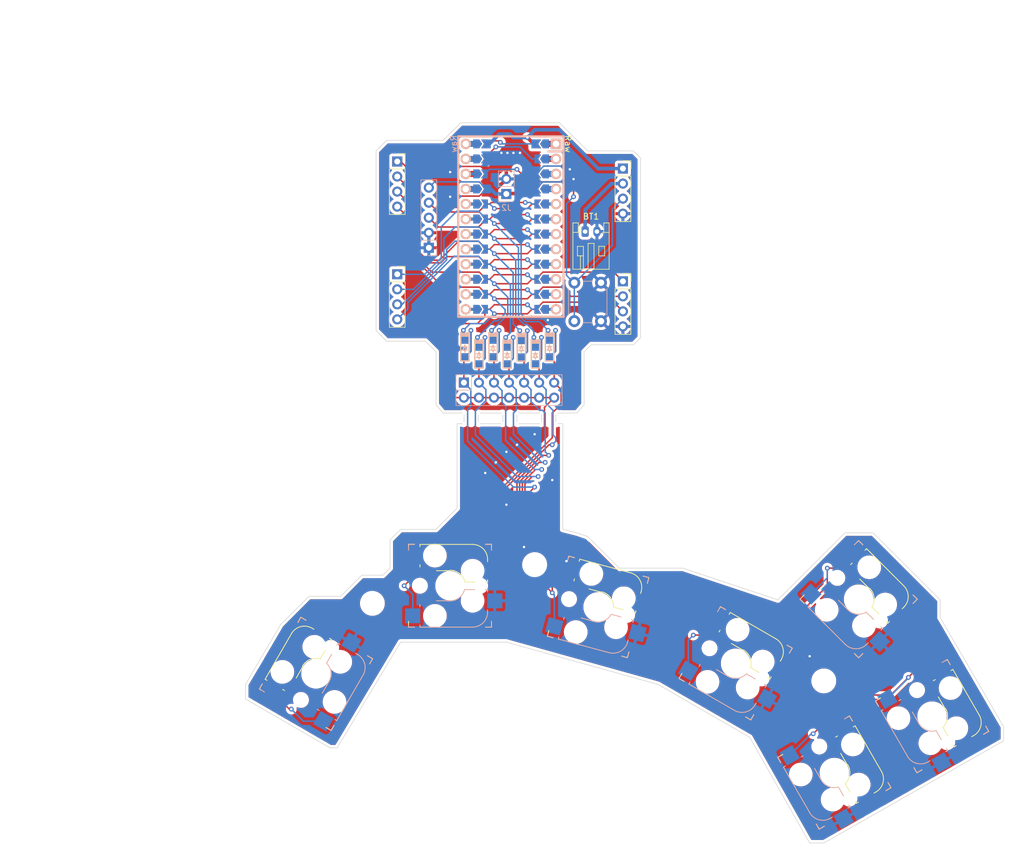
<source format=kicad_pcb>
(kicad_pcb (version 20211014) (generator pcbnew)
  (layers (0 "F.Cu" signal) (31 "B.Cu" signal) (34 "B.Paste" user) (35 "F.Paste" user) (36 "B.SilkS" user "B.Silkscreen") (37 "F.SilkS" user "F.Silkscreen") (38 "B.Mask" user) (39 "F.Mask" user) (44 "Edge.Cuts" user))
  (net 0 "")
  (net 1 "unconnected-(U1-Pad20)")
  (net 2 "RST")
  (net 3 "Bat+")
  (net 4 "row0")
  (net 5 "row1")
  (net 6 "row2")
  (net 7 "row3")
  (net 8 "row4")
  (net 9 "col0")
  (net 10 "col1")
  (net 11 "col2")
  (net 12 "col3")
  (net 13 "col4")
  (net 14 "col5")
  (net 15 "col6")
  (net 16 "GND")
  (net 17 "unconnected-(U1-Pad1)")
  (net 18 "unconnected-(U1-Pad2)")
  (net 19 "unconnected-(U1-Pad7)")
  (net 20 "Net-(BT1-Pad1)")
  (net 21 "Net-(D40-Pad2)")
  (net 22 "Net-(D41-Pad2)")
  (net 23 "Net-(D42-Pad2)")
  (net 24 "Net-(D43-Pad2)")
  (net 25 "Net-(D44-Pad2)")
  (net 26 "Net-(D45-Pad2)")
  (net 27 "Net-(D46-Pad2)")
  (net 28 "VCC")
  (net 29 "SDA")
  (net 30 "SCL")
  (footprint "Connector_JST:JST_PH_S2B-PH-K_1x02_P2.00mm_Horizontal" (layer "F.Cu") (at 106.751653 53.281259)
    (fp_text reference "BT1")
    (fp_text value "Battery_Cell")
  )
  (footprint "mykeeb:Kailh_socket_MX_reversible_1u" (layer "F.Cu") (at 152.922666 115.377498 -45)
    (fp_text reference "K46" hide)
    (fp_text value "KEYSW")
  )
  (footprint "mykeeb:breakaway" (layer "F.Cu") (at 100.607897 83.939133)
    (fp_text reference "H3" hide)
    (fp_text value "Hole" hide)
  )
  (footprint "Connector_PinSocket_2.54mm:PinSocket_1x04_P2.54mm_Vertical" (layer "F.Cu") (at 75.034335 41.443747)
    (fp_text reference "J10" hide)
    (fp_text value "Conn_01x04_Female")
  )
  (footprint "mykeeb:Kailh_socket_MX_reversible_1u" (layer "F.Cu") (at 165.326048 135.136051 -60)
    (fp_text reference "K45" hide)
    (fp_text value "KEYSW")
  )
  (footprint "Connector_PinSocket_2.54mm:PinSocket_1x04_P2.54mm_Vertical" (layer "F.Cu") (at 75.034335 60.493763)
    (fp_text reference "J8" hide)
    (fp_text value "Conn_01x04_Female")
  )
  (footprint "Connector_PinSocket_2.54mm:PinSocket_1x04_P2.54mm_Vertical" (layer "F.Cu") (at 113.134367 42.634373)
    (fp_text reference "J12" hide)
    (fp_text value "Conn_01x04_Female")
  )
  (footprint "mykeeb:my_dual_D_SOD123F_v2b" (layer "F.Cu") (at 86.453501 69.969023 -90)
    (fp_text reference "D46" hide)
    (fp_text value "DIODE" hide)
  )
  (footprint "mykeeb:my_dual_D_SOD123F_v2b" (layer "F.Cu") (at 88.834753 71.159649 -90)
    (fp_text reference "D45" hide)
    (fp_text value "DIODE" hide)
  )
  (footprint "mykeeb:breakaway" (layer "F.Cu") (at 94.059454 83.939133)
    (fp_text reference "H1" hide)
    (fp_text value "Hole" hide)
  )
  (footprint "mykeeb:my_dual_D_SOD123F_v2b" (layer "F.Cu") (at 93.597257 71.159649 -90)
    (fp_text reference "D43" hide)
    (fp_text value "DIODE" hide)
  )
  (footprint "mykeeb:Kailh_socket_MX_reversible_1u" (layer "F.Cu") (at 83.939133 113.10947)
    (fp_text reference "K41" hide)
    (fp_text value "KEYSW")
  )
  (footprint "mykeeb:my_dual_D_SOD123F_v2b" (layer "F.Cu") (at 91.216005 69.969023 -90)
    (fp_text reference "D44" hide)
    (fp_text value "DIODE" hide)
  )
  (footprint "Fiducial:Fiducial_1mm_Mask2mm" (layer "F.Cu") (at 80.962568 67.865682)
    (fp_text reference "FID3" hide)
    (fp_text value "Fiducial")
  )
  (footprint "mykeeb:Kailh_socket_MX_reversible_1.25u" (layer "F.Cu") (at 108.942279 116.681348 -15)
    (fp_text reference "K42" hide)
    (fp_text value "KEYSW")
  )
  (footprint "mykeeb:Kailh_socket_MX_reversible_1u" (layer "F.Cu") (at 148.82825 144.661059 -60)
    (fp_text reference "K44" hide)
    (fp_text value "KEYSW")
  )
  (footprint "mykeeb:breakaway" (layer "F.Cu") (at 87.511011 83.939133)
    (fp_text reference "H2" hide)
    (fp_text value "Hole" hide)
  )
  (footprint "mykeeb:Kailh_socket_MX_reversible_1u" (layer "F.Cu") (at 61.317239 127.992295 60)
    (fp_text reference "K40" hide)
    (fp_text value "KEYSW")
  )
  (footprint "MountingHole:MountingHole_3.2mm_M3" (layer "F.Cu") (at 70.842247 116.086035)
    (fp_text reference "H5" hide)
    (fp_text value "MountingHole")
  )
  (footprint "mykeeb:my_dual_D_SOD123F_v2b" (layer "F.Cu") (at 95.978509 70.018771 -90)
    (fp_text reference "D42" hide)
    (fp_text value "DIODE" hide)
  )
  (footprint "mykeeb:Kailh_socket_MX_reversible_1u" (layer "F.Cu") (at 132.159486 126.206356 -30)
    (fp_text reference "K43" hide)
    (fp_text value "KEYSW")
  )
  (footprint "Fiducial:Fiducial_1mm_Mask2mm" (layer "F.Cu") (at 80.962568 41.67191)
    (fp_text reference "FID1" hide)
    (fp_text value "Fiducial")
  )
  (footprint "MountingHole:MountingHole_3.2mm_M3" (layer "F.Cu") (at 147.042311 129.182921)
    (fp_text reference "H4" hide)
    (fp_text value "MountingHole")
  )
  (footprint "Fiducial:Fiducial_1mm_Mask2mm" (layer "F.Cu") (at 104.775088 80.962568)
    (fp_text reference "FID2" hide)
    (fp_text value "Fiducial")
  )
  (footprint "mykeeb:my_dual_D_SOD123F_v2b" (layer "F.Cu") (at 98.359761 71.159649 -90)
    (fp_text reference "D41" hide)
    (fp_text value "DIODE" hide)
  )
  (footprint "MountingHole:MountingHole_3.2mm_M3" (layer "F.Cu") (at 98.226645 109.537592)
    (fp_text reference "H6" hide)
    (fp_text value "MountingHole")
  )
  (footprint "Connector_PinSocket_2.54mm:PinSocket_1x04_P2.54mm_Vertical" (layer "F.Cu") (at 113.134367 61.684389)
    (fp_text reference "J9" hide)
    (fp_text value "Conn_01x04_Female")
  )
  (footprint "mykeeb:my_dual_D_SOD123F_v2b" (layer "F.Cu") (at 100.741013 69.969023 -90)
    (fp_text reference "D40" hide)
    (fp_text value "DIODE" hide)
  )
  (footprint "Connector_PinHeader_2.54mm:PinHeader_2x07_P2.54mm_Vertical" (layer "B.Cu") (at 86.285257 78.789718 -90)
    (fp_text reference "J3" hide)
    (fp_text value "Conn_02x07_Odd_Even")
  )
  (footprint "Connector_PinSocket_2.54mm:PinSocket_1x05_P2.54mm_Vertical" (layer "B.Cu") (at 80.367152 56.018755)
    (fp_text reference "J11" hide)
    (fp_text value "Conn_01x05")
  )
  (footprint "mykeeb:my_reversible_Pro_Micro" (layer "B.Cu") (at 94.219196 52.437182 -90)
    (fp_text reference "U1" hide)
    (fp_text value "ProMicro" hide)
  )
  (footprint "Connector_PinHeader_2.54mm:PinHeader_1x02_P2.54mm_Vertical" (layer "B.Cu") (at 93.448853 46.930312)
    (fp_text reference "J2")
    (fp_text value "Conn_01x02")
  )
  (footprint "Button_Switch_THT:SW_PUSH_6mm" (layer "B.Cu") (at 104.931237 61.912552 -90)
    (fp_text reference "SW1" hide)
    (fp_text value "SW_Push")
  )
  (gr_rect (start 88.701637 83.939133) (end 92.868828 85.725072) (layer "Edge.Cuts") (width 0.1) (fill none))
  (gr_rect (start 95.25008 83.939133) (end 99.417271 85.725072) (layer "Edge.Cuts") (width 0.1) (fill none))
  (gr_poly (pts (xy 107.181237 39.657808) (xy 114.920306 39.657808) (xy 116.110932 40.848434) (xy 116.110932 71.209397) (xy 114.920306 72.400023) (xy 107.77655 72.400023) (xy 106.585924 73.590649) (xy 106.585924 82.520344) (xy 105.370401 83.939133) (xy 101.798523 83.939133) (xy 101.798523 85.725072) (xy 102.989149 85.725072) (xy 102.989149 103.584462) (xy 105.370401 104.179775) (xy 107.15634 104.775088) (xy 112.514157 110.132905) (xy 123.229791 110.132905) (xy 139.303242 115.490722) (xy 150.614189 104.179775) (xy 155.376693 104.179775) (xy 166.68764 115.490722) (xy 166.68764 118.467287) (xy 177.403274 136.92199) (xy 177.403274 139.303242) (xy 147.042311 156.567319) (xy 144.661059 156.567319) (xy 134.540738 138.707929) (xy 119.0626 129.778234) (xy 93.464141 122.634478) (xy 75.604751 122.634478) (xy 64.889117 140.493868) (xy 63.698491 140.493868) (xy 49.410979 132.223597) (xy 49.410979 129.778234) (xy 55.364109 119.657913) (xy 60.126613 114.895409) (xy 65.48443 114.895409) (xy 69.056308 111.323531) (xy 72.628186 111.323531) (xy 73.818812 110.132905) (xy 73.818812 105.370401) (xy 75.604751 103.584462) (xy 81.557881 103.584462) (xy 85.129759 100.012584) (xy 85.129759 85.725072) (xy 86.320385 85.725072) (xy 86.320385 83.939133) (xy 82.773404 83.939133) (xy 81.582778 82.520344) (xy 81.582778 73.590649) (xy 79.796839 71.80471) (xy 73.248396 71.80471) (xy 71.462457 70.018771) (xy 71.462457 39.657808) (xy 73.248396 37.871869) (xy 82.773404 37.871869) (xy 85.749969 34.895304) (xy 102.418733 34.895304)) (layer "Edge.Cuts") (width 0.1) (fill none))
  (segment (start 97.775196 48.627182) (end 97.013196 49.389182) (width 0.25) (layer "F.Cu") (net 1))
  (segment (start 98.689196 48.627182) (end 97.775196 48.627182) (width 0.25) (layer "F.Cu") (net 1))
  (segment (start 97.013196 49.389182) (end 91.425196 49.389182) (width 0.25) (layer "F.Cu") (net 1))
  (via (at 91.425196 49.389182) (size 0.8) (drill 0.4) (layers "F.Cu" "B.Cu") (net 1))
  (segment (start 89.827196 48.627182) (end 90.663196 48.627182) (width 0.25) (layer "B.Cu") (net 1))
  (segment (start 90.663196 48.627182) (end 91.425196 49.389182) (width 0.25) (layer "B.Cu") (net 1))
  (segment (start 103.480105 44.886371) (end 98.04026 44.886371) (width 0.25) (layer "F.Cu") (net 2))
  (segment (start 96.701071 43.547182) (end 96.018853 43.547182) (width 0.25) (layer "F.Cu") (net 2))
  (segment (start 96.018853 43.547182) (end 95.234792 42.763121) (width 0.25) (layer "F.Cu") (net 2))
  (segment (start 104.799985 47.396877) (end 104.799985 46.206251) (width 0.25) (layer "F.Cu") (net 2))
  (segment (start 104.799985 46.206251) (end 103.480105 44.886371) (width 0.25) (layer "F.Cu") (net 2))
  (segment (start 98.04026 44.886371) (end 96.701071 43.547182) (width 0.25) (layer "F.Cu") (net 2))
  (segment (start 98.689196 43.547182) (end 96.701071 43.547182) (width 0.25) (layer "F.Cu") (net 2))
  (via (at 95.234792 42.763121) (size 0.8) (drill 0.4) (layers "F.Cu" "B.Cu") (net 2))
  (via (at 104.799985 47.396877) (size 0.8) (drill 0.4) (layers "F.Cu" "B.Cu") (net 2))
  (segment (start 90.611257 42.763121) (end 89.827196 43.547182) (width 0.25) (layer "B.Cu") (net 2))
  (segment (start 111.348531 55.588973) (end 111.348531 49.500209) (width 0.25) (layer "B.Cu") (net 2))
  (segment (start 95.234792 42.763121) (end 90.611257 42.763121) (width 0.25) (layer "B.Cu") (net 2))
  (segment (start 104.931237 62.006267) (end 111.348531 55.588973) (width 0.25) (layer "B.Cu") (net 2))
  (segment (start 103.609359 48.587503) (end 104.799985 47.396877) (width 0.25) (layer "B.Cu") (net 2))
  (segment (start 103.609359 60.684389) (end 103.609359 57.517198) (width 0.25) (layer "B.Cu") (net 2))
  (segment (start 111.348531 49.500209) (end 113.134367 47.714373) (width 0.25) (layer "B.Cu") (net 2))
  (segment (start 103.609359 57.517198) (end 103.609359 48.587503) (width 0.25) (layer "B.Cu") (net 2))
  (segment (start 104.931237 68.506267) (end 104.931237 62.006267) (width 0.25) (layer "B.Cu") (net 2))
  (segment (start 104.931237 62.006267) (end 103.609359 60.684389) (width 0.25) (layer "B.Cu") (net 2))
  (segment (start 98.082609 38.467182) (end 97.020731 37.405304) (width 0.6) (layer "F.Cu") (net 3))
  (segment (start 98.689196 38.467182) (end 98.082609 38.467182) (width 0.25) (layer "F.Cu") (net 3))
  (via (at 97.020731 37.405304) (size 0.8) (drill 0.4) (layers "F.Cu" "B.Cu") (net 3))
  (segment (start 94.044166 36.809991) (end 94.639479 37.405304) (width 0.6) (layer "B.Cu") (net 3))
  (segment (start 108.967176 42.634373) (end 113.134367 42.634373) (width 0.6) (layer "B.Cu") (net 3))
  (segment (start 92.85354 36.809991) (end 94.044166 36.809991) (width 0.6) (layer "B.Cu") (net 3))
  (segment (start 94.639479 37.405304) (end 95.830105 37.405304) (width 0.6) (layer "B.Cu") (net 3))
  (segment (start 102.418733 36.08593) (end 108.967176 42.634373) (width 0.6) (layer "B.Cu") (net 3))
  (segment (start 97.616044 36.809991) (end 97.616044 36.721428) (width 0.6) (layer "B.Cu") (net 3))
  (segment (start 89.827196 38.467182) (end 90.601036 38.467182) (width 0.25) (layer "B.Cu") (net 3))
  (segment (start 90.601036 38.467182) (end 92.258227 36.809991) (width 0.6) (layer "B.Cu") (net 3))
  (segment (start 98.251542 36.08593) (end 102.418733 36.08593) (width 0.6) (layer "B.Cu") (net 3))
  (segment (start 92.258227 36.809991) (end 92.85354 36.809991) (width 0.6) (layer "B.Cu") (net 3))
  (segment (start 97.616044 36.721428) (end 98.251542 36.08593) (width 0.6) (layer "B.Cu") (net 3))
  (segment (start 97.020731 37.405304) (end 97.616044 36.809991) (width 0.6) (layer "B.Cu") (net 3))
  (segment (start 95.830105 37.405304) (end 97.020731 37.405304) (width 0.6) (layer "B.Cu") (net 3))
  (segment (start 80.111927 58.112552) (end 78.606316 56.606941) (width 0.25) (layer "F.Cu") (net 4))
  (segment (start 82.178194 58.112552) (end 80.111927 58.112552) (width 0.25) (layer "F.Cu") (net 4))
  (segment (start 78.606316 44.420353) (end 75.62971 41.443747) (width 0.25) (layer "F.Cu") (net 4))
  (segment (start 88.748947 54.907993) (end 85.382753 54.907993) (width 0.25) (layer "F.Cu") (net 4))
  (segment (start 85.382753 54.907993) (end 82.178194 58.112552) (width 0.25) (layer "F.Cu") (net 4))
  (segment (start 89.829196 55.988242) (end 88.748947 54.907993) (width 0.25) (layer "F.Cu") (net 4))
  (segment (start 89.829196 56.247182) (end 89.829196 55.988242) (width 0.25) (layer "F.Cu") (net 4))
  (segment (start 90.663196 56.247182) (end 89.829196 56.247182) (width 0.25) (layer "F.Cu") (net 4))
  (segment (start 78.606316 56.606941) (end 78.606316 44.420353) (width 0.25) (layer "F.Cu") (net 4))
  (segment (start 97.013196 55.485182) (end 91.425196 55.485182) (width 0.25) (layer "F.Cu") (net 4))
  (segment (start 75.62971 41.443747) (end 75.034335 41.443747) (width 0.25) (layer "F.Cu") (net 4))
  (segment (start 91.425196 55.485182) (end 90.663196 56.247182) (width 0.25) (layer "F.Cu") (net 4))
  (via (at 97.013196 55.485182) (size 0.8) (drill 0.4) (layers "F.Cu" "B.Cu") (net 4))
  (segment (start 98.687196 56.247182) (end 97.775196 56.247182) (width 0.25) (layer "B.Cu") (net 4))
  (segment (start 97.775196 56.247182) (end 97.013196 55.485182) (width 0.25) (layer "B.Cu") (net 4))
  (segment (start 89.829196 58.528242) (end 88.818193 57.517239) (width 0.25) (layer "F.Cu") (net 5))
  (segment (start 91.425196 58.025182) (end 90.663196 58.787182) (width 0.25) (layer "F.Cu") (net 5))
  (segment (start 90.663196 58.787182) (end 89.829196 58.787182) (width 0.25) (layer "F.Cu") (net 5))
  (segment (start 89.829196 58.787182) (end 89.829196 58.528242) (width 0.25) (layer "F.Cu") (net 5))
  (segment (start 79.92573 58.562072) (end 78.156796 56.793138) (width 0.25) (layer "F.Cu") (net 5))
  (segment (start 78.156796 56.793138) (end 78.156796 47.106208) (width 0.25) (layer "F.Cu") (net 5))
  (segment (start 82.364391 58.562072) (end 79.92573 58.562072) (width 0.25) (layer "F.Cu") (net 5))
  (segment (start 83.409225 57.517239) (end 82.364391 58.562072) (width 0.25) (layer "F.Cu") (net 5))
  (segment (start 97.013196 58.025182) (end 91.425196 58.025182) (width 0.25) (layer "F.Cu") (net 5))
  (segment (start 88.818193 57.517239) (end 83.409225 57.517239) (width 0.25) (layer "F.Cu") (net 5))
  (segment (start 78.156796 47.106208) (end 75.034335 43.983747) (width 0.25) (layer "F.Cu") (net 5))
  (via (at 97.013196 58.025182) (size 0.8) (drill 0.4) (layers "F.Cu" "B.Cu") (net 5))
  (segment (start 98.687196 58.787182) (end 97.775196 58.787182) (width 0.25) (layer "B.Cu") (net 5))
  (segment (start 97.775196 58.787182) (end 97.013196 58.025182) (width 0.25) (layer "B.Cu") (net 5))
  (segment (start 77.707276 56.979335) (end 77.707276 49.196688) (width 0.25) (layer "F.Cu") (net 6))
  (segment (start 90.663196 61.327182) (end 89.829196 61.327182) (width 0.25) (layer "F.Cu") (net 6))
  (segment (start 97.013196 60.565182) (end 91.425196 60.565182) (width 0.25) (layer "F.Cu") (net 6))
  (segment (start 88.887325 60.126371) (end 80.854312 60.126371) (width 0.25) (layer "F.Cu") (net 6))
  (segment (start 89.829196 61.068242) (end 88.887325 60.126371) (width 0.25) (layer "F.Cu") (net 6))
  (segment (start 91.425196 60.565182) (end 90.663196 61.327182) (width 0.25) (layer "F.Cu") (net 6))
  (segment (start 80.854312 60.126371) (end 77.707276 56.979335) (width 0.25) (layer "F.Cu") (net 6))
  (segment (start 77.707276 49.196688) (end 75.034335 46.523747) (width 0.25) (layer "F.Cu") (net 6))
  (via (at 97.013196 60.565182) (size 0.8) (drill 0.4) (layers "F.Cu" "B.Cu") (net 6))
  (segment (start 97.775196 61.327182) (end 97.013196 60.565182) (width 0.25) (layer "B.Cu") (net 6))
  (segment (start 98.687196 61.327182) (end 97.775196 61.327182) (width 0.25) (layer "B.Cu") (net 6))
  (segment (start 91.425196 63.105182) (end 90.663196 63.867182) (width 0.25) (layer "F.Cu") (net 7))
  (segment (start 97.013196 63.105182) (end 91.425196 63.105182) (width 0.25) (layer "F.Cu") (net 7))
  (segment (start 88.887325 62.666371) (end 82.758594 62.666371) (width 0.25) (layer "F.Cu") (net 7))
  (segment (start 82.758594 62.666371) (end 77.257756 57.165532) (width 0.25) (layer "F.Cu") (net 7))
  (segment (start 89.829196 63.608242) (end 88.887325 62.666371) (width 0.25) (layer "F.Cu") (net 7))
  (segment (start 77.257756 51.287168) (end 75.034335 49.063747) (width 0.25) (layer "F.Cu") (net 7))
  (segment (start 77.257756 57.165532) (end 77.257756 51.287168) (width 0.25) (layer "F.Cu") (net 7))
  (segment (start 89.829196 63.867182) (end 89.829196 63.608242) (width 0.25) (layer "F.Cu") (net 7))
  (segment (start 90.663196 63.867182) (end 89.829196 63.867182) (width 0.25) (layer "F.Cu") (net 7))
  (via (at 97.013196 63.105182) (size 0.8) (drill 0.4) (layers "F.Cu" "B.Cu") (net 7))
  (segment (start 98.687196 63.867182) (end 97.775196 63.867182) (width 0.25) (layer "B.Cu") (net 7))
  (segment (start 97.775196 63.867182) (end 97.013196 63.105182) (width 0.25) (layer "B.Cu") (net 7))
  (segment (start 84.380249 80.734405) (end 84.380249 70.018771) (width 0.25) (layer "F.Cu") (net 8))
  (segment (start 93.905257 81.329718) (end 91.365257 81.329718) (width 0.25) (layer "F.Cu") (net 8))
  (segment (start 99.417271 87.511011) (end 98.226645 87.511011) (width 0.25) (layer "F.Cu") (net 8))
  (segment (start 89.829196 67.546389) (end 89.829196 66.407182) (width 0.25) (layer "F.Cu") (net 8))
  (segment (start 97.013196 65.645182) (end 91.425196 65.645182) (width 0.25) (layer "F.Cu") (net 8))
  (segment (start 85.570875 68.828145) (end 88.54744 68.828145) (width 0.25) (layer "F.Cu") (net 8))
  (segment (start 98.985257 81.329718) (end 96.445257 81.329718) (width 0.25) (layer "F.Cu") (net 8))
  (segment (start 99.888643 82.966332) (end 99.888643 87.039639) (width 0.25) (layer "F.Cu") (net 8))
  (segment (start 84.380249 70.018771) (end 85.570875 68.828145) (width 0.25) (layer "F.Cu") (net 8))
  (segment (start 88.825257 81.329718) (end 86.285257 81.329718) (width 0.25) (layer "F.Cu") (net 8))
  (segment (start 91.425196 65.645182) (end 90.663196 66.407182) (width 0.25) (layer "F.Cu") (net 8))
  (segment (start 91.365257 81.329718) (end 88.825257 81.329718) (width 0.25) (layer "F.Cu") (net 8))
  (segment (start 101.525257 81.329718) (end 98.985257 81.329718) (width 0.25) (layer "F.Cu") (net 8))
  (segment (start 86.285257 81.329718) (end 84.975562 81.329718) (width 0.25) (layer "F.Cu") (net 8))
  (segment (start 96.445257 81.329718) (end 93.905257 81.329718) (width 0.25) (layer "F.Cu") (net 8))
  (segment (start 90.663196 66.407182) (end 89.829196 66.407182) (width 0.25) (layer "F.Cu") (net 8))
  (segment (start 99.888643 87.039639) (end 99.417271 87.511011) (width 0.25) (layer "F.Cu") (net 8))
  (segment (start 101.525257 81.329718) (end 99.888643 82.966332) (width 0.25) (layer "F.Cu") (net 8))
  (segment (start 84.975562 81.329718) (end 84.380249 80.734405) (width 0.25) (layer "F.Cu") (net 8))
  (segment (start 88.54744 68.828145) (end 89.829196 67.546389) (width 0.25) (layer "F.Cu") (net 8))
  (via (at 97.013196 65.645182) (size 0.8) (drill 0.4) (layers "F.Cu" "B.Cu") (net 8))
  (via (at 89.892263 94.059454) (size 0.8) (drill 0.4) (layers "F.Cu" "B.Cu") (net 8))
  (via (at 101.20321 95.25008) (size 0.8) (drill 0.4) (layers "F.Cu" "B.Cu") (net 8))
  (via (at 103.584462 108.942279) (size 0.8) (drill 0.4) (layers "F.Cu" "B.Cu") (net 8))
  (via (at 98.226645 87.511011) (size 0.8) (drill 0.4) (layers "F.Cu" "B.Cu") (net 8))
  (via (at 91.678202 92.273515) (size 0.8) (drill 0.4) (layers "F.Cu" "B.Cu") (net 8))
  (via (at 95.25008 89.29695) (size 0.8) (drill 0.4) (layers "F.Cu" "B.Cu") (net 8))
  (via (at 93.464141 90.487576) (size 0.8) (drill 0.4) (layers "F.Cu" "B.Cu") (net 8))
  (via (at 96.440706 106.561027) (size 0.8) (drill 0.4) (layers "F.Cu" "B.Cu") (net 8))
  (via (at 93.464141 99.417271) (size 0.8) (drill 0.4) (layers "F.Cu" "B.Cu") (net 8))
  (via (at 144.661059 125.01573) (size 0.8) (drill 0.4) (layers "F.Cu" "B.Cu") (net 8))
  (segment (start 98.687196 66.407182) (end 97.775196 66.407182) (width 0.25) (layer "B.Cu") (net 8))
  (segment (start 97.775196 66.407182) (end 97.013196 65.645182) (width 0.25) (layer "B.Cu") (net 8))
  (segment (start 97.775196 51.167182) (end 97.013196 51.929182) (width 0.25) (layer "F.Cu") (net 9))
  (segment (start 97.013196 51.929182) (end 91.425196 51.929182) (width 0.25) (layer "F.Cu") (net 9))
  (segment (start 98.689196 51.167182) (end 97.775196 51.167182) (width 0.25) (layer "F.Cu") (net 9))
  (via (at 91.425196 51.929182) (size 0.8) (drill 0.4) (layers "F.Cu" "B.Cu") (net 9))
  (segment (start 89.827196 50.908242) (end 88.746947 49.827993) (width 0.25) (layer "B.Cu") (net 9))
  (segment (start 82.469677 57.699711) (end 79.675627 60.493763) (width 0.25) (layer "B.Cu") (net 9))
  (segment (start 95.493756 67.372588) (end 95.493756 55.997742) (width 0.25) (layer "B.Cu") (net 9))
  (segment (start 99.015652 68.497662) (end 100.487013 69.969023) (width 0.25) (layer "B.Cu") (net 9))
  (segment (start 85.104792 49.827993) (end 82.469677 52.463108) (width 0.25) (layer "B.Cu") (net 9))
  (segment (start 82.469677 52.463108) (end 82.469677 57.699711) (width 0.25) (layer "B.Cu") (net 9))
  (segment (start 89.827196 51.167182) (end 89.827196 50.908242) (width 0.25) (layer "B.Cu") (net 9))
  (segment (start 88.746947 49.827993) (end 85.104792 49.827993) (width 0.25) (layer "B.Cu") (net 9))
  (segment (start 89.827196 51.167182) (end 90.663196 51.167182) (width 0.25) (layer "B.Cu") (net 9))
  (segment (start 90.663196 51.167182) (end 91.425196 51.929182) (width 0.25) (layer "B.Cu") (net 9))
  (segment (start 79.675627 60.493763) (end 75.034335 60.493763) (width 0.25) (layer "B.Cu") (net 9))
  (segment (start 96.61883 68.497662) (end 95.493756 67.372588) (width 0.25) (layer "B.Cu") (net 9))
  (segment (start 96.61883 68.497662) (end 99.015652 68.497662) (width 0.25) (layer "B.Cu") (net 9))
  (segment (start 95.493756 55.997742) (end 91.425196 51.929182) (width 0.25) (layer "B.Cu") (net 9))
  (segment (start 97.013196 54.469182) (end 91.425196 54.469182) (width 0.25) (layer "F.Cu") (net 10))
  (segment (start 97.775196 53.707182) (end 97.013196 54.469182) (width 0.25) (layer "F.Cu") (net 10))
  (segment (start 98.689196 53.707182) (end 97.775196 53.707182) (width 0.25) (layer "F.Cu") (net 10))
  (via (at 91.425196 54.469182) (size 0.8) (drill 0.4) (layers "F.Cu" "B.Cu") (net 10))
  (segment (start 90.663196 53.707182) (end 91.425196 54.469182) (width 0.25) (layer "B.Cu") (net 10))
  (segment (start 91.425196 54.469182) (end 95.044236 58.088222) (width 0.25) (layer "B.Cu") (net 10))
  (segment (start 77.771342 63.033763) (end 75.034335 63.033763) (width 0.25) (layer "B.Cu") (net 10))
  (segment (start 89.827196 53.707182) (end 90.663196 53.707182) (width 0.25) (layer "B.Cu") (net 10))
  (segment (start 96.432633 68.947182) (end 96.947534 68.947182) (width 0.25) (layer "B.Cu") (net 10))
  (segment (start 98.105761 70.105409) (end 98.105761 71.159649) (width 0.25) (layer "B.Cu") (net 10))
  (segment (start 82.919197 54.39484) (end 82.919197 57.885908) (width 0.25) (layer "B.Cu") (net 10))
  (segment (start 95.044236 67.558786) (end 96.432633 68.947182) (width 0.25) (layer "B.Cu") (net 10))
  (segment (start 84.807666 52.506371) (end 82.919197 54.39484) (width 0.25) (layer "B.Cu") (net 10))
  (segment (start 95.044236 58.088222) (end 95.044236 67.558786) (width 0.25) (layer "B.Cu") (net 10))
  (segment (start 88.885325 52.506371) (end 84.807666 52.506371) (width 0.25) (layer "B.Cu") (net 10))
  (segment (start 82.919197 57.885908) (end 77.771342 63.033763) (width 0.25) (layer "B.Cu") (net 10))
  (segment (start 89.827196 53.448242) (end 88.885325 52.506371) (width 0.25) (layer "B.Cu") (net 10))
  (segment (start 96.947534 68.947182) (end 98.105761 70.105409) (width 0.25) (layer "B.Cu") (net 10))
  (segment (start 89.827196 53.707182) (end 89.827196 53.448242) (width 0.25) (layer "B.Cu") (net 10))
  (segment (start 97.775196 56.247182) (end 97.013196 57.009182) (width 0.25) (layer "F.Cu") (net 11))
  (segment (start 97.013196 57.009182) (end 91.425196 57.009182) (width 0.25) (layer "F.Cu") (net 11))
  (segment (start 98.689196 56.247182) (end 97.775196 56.247182) (width 0.25) (layer "F.Cu") (net 11))
  (via (at 91.425196 57.009182) (size 0.8) (drill 0.4) (layers "F.Cu" "B.Cu") (net 11))
  (segment (start 89.827196 56.247182) (end 89.827196 55.988242) (width 0.25) (layer "B.Cu") (net 11))
  (segment (start 90.663196 56.247182) (end 91.425196 57.009182) (width 0.25) (layer "B.Cu") (net 11))
  (segment (start 91.425196 57.009182) (end 94.594716 60.178702) (width 0.25) (layer "B.Cu") (net 11))
  (segment (start 84.787296 54.907993) (end 83.368717 56.326572) (width 0.25) (layer "B.Cu") (net 11))
  (segment (start 89.827196 56.247182) (end 90.663196 56.247182) (width 0.25) (layer "B.Cu") (net 11))
  (segment (start 75.86706 65.573763) (end 75.034335 65.573763) (width 0.25) (layer "B.Cu") (net 11))
  (segment (start 94.594716 60.178702) (end 94.594716 68.888978) (width 0.25) (layer "B.Cu") (net 11))
  (segment (start 94.594716 68.888978) (end 95.724509 70.018771) (width 0.25) (layer "B.Cu") (net 11))
  (segment (start 83.368717 58.072106) (end 75.86706 65.573763) (width 0.25) (layer "B.Cu") (net 11))
  (segment (start 88.746947 54.907993) (end 84.787296 54.907993) (width 0.25) (layer "B.Cu") (net 11))
  (segment (start 83.368717 56.326572) (end 83.368717 58.072106) (width 0.25) (layer "B.Cu") (net 11))
  (segment (start 89.827196 55.988242) (end 88.746947 54.907993) (width 0.25) (layer "B.Cu") (net 11))
  (segment (start 98.689196 58.787182) (end 97.775196 58.787182) (width 0.25) (layer "F.Cu") (net 12))
  (segment (start 97.775196 58.787182) (end 97.013196 59.549182) (width 0.25) (layer "F.Cu") (net 12))
  (segment (start 97.013196 59.549182) (end 91.425196 59.549182) (width 0.25) (layer "F.Cu") (net 12))
  (via (at 91.425196 59.549182) (size 0.8) (drill 0.4) (layers "F.Cu" "B.Cu") (net 12))
  (segment (start 76.820274 66.327824) (end 75.034335 68.113763) (width 0.25) (layer "B.Cu") (net 12))
  (segment (start 94.145196 70.35771) (end 93.343257 71.159649) (width 0.25) (layer "B.Cu") (net 12))
  (segment (start 89.827196 58.787182) (end 90.663196 58.787182) (width 0.25) (layer "B.Cu") (net 12))
  (segment (start 89.827196 58.528242) (end 88.746947 57.447993) (width 0.25) (layer "B.Cu") (net 12))
  (segment (start 89.827196 58.787182) (end 89.827196 58.528242) (width 0.25) (layer "B.Cu") (net 12))
  (segment (start 90.663196 58.787182) (end 91.425196 59.549182) (width 0.25) (layer "B.Cu") (net 12))
  (segment (start 76.820274 65.256267) (end 76.820274 66.327824) (width 0.25) (layer "B.Cu") (net 12))
  (segment (start 91.425196 59.549182) (end 94.145196 62.269182) (width 0.25) (layer "B.Cu") (net 12))
  (segment (start 84.628548 57.447993) (end 76.820274 65.256267) (width 0.25) (layer "B.Cu") (net 12))
  (segment (start 88.746947 57.447993) (end 84.628548 57.447993) (width 0.25) (layer "B.Cu") (net 12))
  (segment (start 94.145196 62.269182) (end 94.145196 70.35771) (width 0.25) (layer "B.Cu") (net 12))
  (segment (start 98.689196 61.068242) (end 99.631067 60.126371) (width 0.25) (layer "F.Cu") (net 13))
  (segment (start 98.689196 61.327182) (end 97.775196 61.327182) (width 0.25) (layer "F.Cu") (net 13))
  (segment (start 97.775196 61.327182) (end 97.013196 62.089182) (width 0.25) (layer "F.Cu") (net 13))
  (segment (start 98.689196 61.327182) (end 98.689196 61.068242) (width 0.25) (layer "F.Cu") (net 13))
  (segment (start 111.576349 60.126371) (end 113.134367 61.684389) (width 0.25) (layer "F.Cu") (net 13))
  (segment (start 99.631067 60.126371) (end 111.576349 60.126371) (width 0.25) (layer "F.Cu") (net 13))
  (segment (start 97.013196 62.089182) (end 91.425196 62.089182) (width 0.25) (layer "F.Cu") (net 13))
  (via (at 91.425196 62.089182) (size 0.8) (drill 0.4) (layers "F.Cu" "B.Cu") (net 13))
  (segment (start 93.695676 67.292192) (end 91.018845 69.969023) (width 0.25) (layer "B.Cu") (net 13))
  (segment (start 91.018845 69.969023) (end 90.962005 69.969023) (width 0.25) (layer "B.Cu") (net 13))
  (segment (start 90.663196 61.327182) (end 91.425196 62.089182) (width 0.25) (layer "B.Cu") (net 13))
  (segment (start 91.425196 62.089182) (end 93.695676 64.359662) (width 0.25) (layer "B.Cu") (net 13))
  (segment (start 93.695676 64.359662) (end 93.695676 67.292192) (width 0.25) (layer "B.Cu") (net 13))
  (segment (start 89.827196 61.327182) (end 90.663196 61.327182) (width 0.25) (layer "B.Cu") (net 13))
  (segment (start 104.36342 64.224389) (end 113.134367 64.224389) (width 0.25) (layer "F.Cu") (net 14))
  (segment (start 99.631067 62.666371) (end 102.805402 62.666371) (width 0.25) (layer "F.Cu") (net 14))
  (segment (start 98.689196 63.867182) (end 98.689196 63.608242) (width 0.25) (layer "F.Cu") (net 14))
  (segment (start 97.775196 63.867182) (end 97.013196 64.629182) (width 0.25) (layer "F.Cu") (net 14))
  (segment (start 102.805402 62.666371) (end 104.36342 64.224389) (width 0.25) (layer "F.Cu") (net 14))
  (segment (start 97.013196 64.629182) (end 91.425196 64.629182) (width 0.25) (layer "F.Cu") (net 14))
  (segment (start 98.689196 63.867182) (end 97.775196 63.867182) (width 0.25) (layer "F.Cu") (net 14))
  (segment (start 98.689196 63.608242) (end 99.631067 62.666371) (width 0.25) (layer "F.Cu") (net 14))
  (via (at 91.425196 64.629182) (size 0.8) (drill 0.4) (layers "F.Cu" "B.Cu") (net 14))
  (segment (start 89.827196 63.867182) (end 90.663196 63.867182) (width 0.25) (layer "B.Cu") (net 14))
  (segment (start 93.246156 67.105994) (end 91.973525 68.378625) (width 0.25) (layer "B.Cu") (net 14))
  (segment (start 90.663196 63.867182) (end 91.425196 64.629182) (width 0.25) (layer "B.Cu") (net 14))
  (segment (start 91.973525 68.378625) (end 91.361777 68.378625) (width 0.25) (layer "B.Cu") (net 14))
  (segment (start 91.361777 68.378625) (end 88.580753 71.159649) (width 0.25) (layer "B.Cu") (net 14))
  (segment (start 93.246156 66.450142) (end 93.246156 67.105994) (width 0.25) (layer "B.Cu") (net 14))
  (segment (start 91.425196 64.629182) (end 93.246156 66.450142) (width 0.25) (layer "B.Cu") (net 14))
  (segment (start 97.775196 66.407182) (end 97.013196 67.169182) (width 0.25) (layer "F.Cu") (net 15))
  (segment (start 98.689196 66.407182) (end 97.775196 66.407182) (width 0.25) (layer "F.Cu") (net 15))
  (segment (start 98.689196 66.148242) (end 99.631067 65.206371) (width 0.25) (layer "F.Cu") (net 15))
  (segment (start 111.576349 65.206371) (end 113.134367 66.764389) (width 0.25) (layer "F.Cu") (net 15))
  (segment (start 99.631067 65.206371) (end 111.576349 65.206371) (width 0.25) (layer "F.Cu") (net 15))
  (segment (start 98.689196 66.407182) (end 98.689196 66.148242) (width 0.25) (layer "F.Cu") (net 15))
  (segment (start 97.013196 67.169182) (end 91.425196 67.169182) (width 0.25) (layer "F.Cu") (net 15))
  (via (at 91.425196 67.169182) (size 0.8) (drill 0.4) (layers "F.Cu" "B.Cu") (net 15))
  (segment (start 90.663196 66.407182) (end 91.425196 67.169182) (width 0.25) (layer "B.Cu") (net 15))
  (segment (start 89.766233 68.828145) (end 91.425196 67.169182) (width 0.25) (layer "B.Cu") (net 15))
  (segment (start 89.827196 66.407182) (end 90.663196 66.407182) (width 0.25) (layer "B.Cu") (net 15))
  (segment (start 87.340379 68.828145) (end 89.766233 68.828145) (width 0.25) (layer "B.Cu") (net 15))
  (segment (start 86.199501 69.969023) (end 87.340379 68.828145) (width 0.25) (layer "B.Cu") (net 15))
  (segment (start 89.829196 46.346122) (end 88.887325 47.287993) (width 0.25) (layer "F.Cu") (net 16))
  (segment (start 88.887325 47.287993) (end 84.927824 47.287993) (width 0.25) (layer "F.Cu") (net 16))
  (segment (start 89.139197 42.277183) (end 84.916677 42.277183) (width 0.25) (layer "F.Cu") (net 16))
  (segment (start 84.073058 47.287993) (end 83.964133 47.396918) (width 0.25) (layer "F.Cu") (net 16))
  (segment (start 98.689196 41.007182) (end 98.283196 41.007182) (width 0.25) (layer "F.Cu") (net 16))
  (segment (start 89.829196 46.087182) (end 89.829196 46.346122) (width 0.25) (layer "F.Cu") (net 16))
  (segment (start 84.927824 47.287993) (end 84.073058 47.287993) (width 0.25) (layer "F.Cu") (net 16))
  (segment (start 90.409196 46.087182) (end 91.751983 46.087182) (width 0.6) (layer "F.Cu") (net 16))
  (segment (start 93.448853 42.285525) (end 95.743196 39.991182) (width 0.6) (layer "F.Cu") (net 16))
  (segment (start 97.013196 39.991182) (end 95.743196 39.991182) (width 0.6) (layer "F.Cu") (net 16))
  (segment (start 93.448853 44.390312) (end 93.448853 42.285525) (width 0.6) (layer "F.Cu") (net 16))
  (segment (start 90.409196 43.547182) (end 93.965196 39.991182) (width 0.6) (layer "F.Cu") (net 16))
  (segment (start 93.965196 39.991182) (end 95.743196 39.991182) (width 0.6) (layer "F.Cu") (net 16))
  (segment (start 89.829196 46.087182) (end 90.409196 46.087182) (width 0.25) (layer "F.Cu") (net 16))
  (segment (start 97.267196 40.245182) (end 97.013196 39.991182) (width 0.6) (layer "F.Cu") (net 16))
  (segment (start 89.829196 43.547182) (end 90.409196 43.547182) (width 0.25) (layer "F.Cu") (net 16))
  (segment (start 91.751983 46.087182) (end 93.448853 44.390312) (width 0.6) (layer "F.Cu") (net 16))
  (segment (start 98.029196 41.007182) (end 97.267196 40.245182) (width 0.6) (layer "F.Cu") (net 16))
  (segment (start 98.283196 41.007182) (end 98.029196 41.007182) (width 0.25) (layer "F.Cu") (net 16))
  (segment (start 90.409196 43.547182) (end 89.139197 42.277183) (width 0.25) (layer "F.Cu") (net 16))
  (segment (start 84.916677 42.277183) (end 83.964133 43.229727) (width 0.25) (layer "F.Cu") (net 16))
  (via (at 100.4537 68.232832) (size 0.8) (drill 0.4) (layers "F.Cu" "B.Cu") (net 16))
  (via (at 83.964133 43.229727) (size 0.8) (drill 0.4) (layers "F.Cu" "B.Cu") (net 16))
  (via (at 95.743196 39.991182) (size 0.8) (drill 0.4) (layers "F.Cu" "B.Cu") (net 16))
  (via (at 104.799985 44.420312) (size 0.8) (drill 0.4) (layers "F.Cu" "B.Cu") (net 16))
  (via (at 104.164487 42.763121) (size 0.8) (drill 0.4) (layers "F.Cu" "B.Cu") (net 16))
  (via (at 94.653196 39.991182) (size 0.8) (drill 0.4) (layers "F.Cu" "B.Cu") (net 16))
  (via (at 83.964133 47.396918) (size 0.8) (drill 0.4) (layers "F.Cu" "B.Cu") (net 16))
  (via (at 92.621196 39.991182) (size 0.8) (drill 0.4) (layers "F.Cu" "B.Cu") (net 16))
  (via (at 93.637196 39.991182) (size 0.8) (drill 0.4) (layers "F.Cu" "B.Cu") (net 16))
  (segment (start 98.029196 46.087182) (end 97.644776 46.471602) (width 0.25) (layer "B.Cu") (net 16))
  (segment (start 99.629067 44.886371) (end 98.687196 45.828242) (width 0.25) (layer "B.Cu") (net 16))
  (segment (start 95.743196 41.515182) (end 95.743196 39.991182) (width 0.6) (layer "B.Cu") (net 16))
  (segment (start 95.943276 49.424735) (end 95.943276 67.18639) (width 0.25) (layer "B.Cu") (net 16))
  (segment (start 98.687196 43.547182) (end 98.687196 43.288242) (width 0.25) (layer "B.Cu") (net 16))
  (segment (start 98.687196 43.288242) (end 99.767445 42.207993) (width 0.25) (layer "B.Cu") (net 16))
  (segment (start 94.653196 39.991182) (end 93.637196 39.991182) (width 0.6) (layer "B.Cu") (net 16))
  (segment (start 96.554776 46.471602) (end 95.234792 47.791586) (width 0.25) (layer "B.Cu") (net 16))
  (segment (start 99.767445 42.207993) (end 103.609359 42.207993) (width 0.25) (layer "B.Cu") (net 16))
  (segment (start 98.687196 45.828242) (end 98.687196 46.087182) (width 0.25) (layer "B.Cu") (net 16))
  (segment (start 97.775196 45.833182) (end 97.775196 43.547182) (width 0.6) (layer "B.Cu") (net 16))
  (segment (start 97.644776 46.471602) (end 96.554776 46.471602) (width 0.25) (layer "B.Cu") (net 16))
  (segment (start 96.805028 68.048142) (end 100.26901 68.048142) (width 0.25) (layer "B.Cu") (net 16))
  (segment (start 95.234792 48.716251) (end 95.943276 49.424735) (width 0.25) (layer "B.Cu") (net 16))
  (segment (start 100.26901 68.048142) (end 100.4537 68.232832) (width 0.25) (layer "B.Cu") (net 16))
  (segment (start 98.687196 46.087182) (end 98.029196 46.087182) (width 0.25) (layer "B.Cu") (net 16))
  (segment (start 90.409196 41.007182) (end 89.827196 41.007182) (width 0.25) (layer "B.Cu") (net 16))
  (segment (start 95.743196 39.991182) (end 94.653196 39.991182) (width 0.6) (layer "B.Cu") (net 16))
  (segment (start 91.425196 39.991182) (end 90.409196 41.007182) (width 0.6) (layer "B.Cu") (net 16))
  (segment (start 92.621196 39.991182) (end 91.425196 39.991182) (width 0.6) (layer "B.Cu") (net 16))
  (segment (start 93.637196 39.991182) (end 92.621196 39.991182) (width 0.6) (layer "B.Cu") (net 16))
  (segment (start 98.687196 43.547182) (end 97.775196 43.547182) (width 0.25) (layer "B.Cu") (net 16))
  (segment (start 104.333926 44.886371) (end 99.629067 44.886371) (width 0.25) (layer "B.Cu") (net 16))
  (segment (start 98.687196 43.547182) (end 98.687196 43.069182) (width 0.25) (layer "B.Cu") (net 16))
  (segment (start 95.943276 67.18639) (end 96.805028 68.048142) (width 0.25) (layer "B.Cu") (net 16))
  (segment (start 95.234792 47.791586) (end 95.234792 48.716251) (width 0.25) (layer "B.Cu") (net 16))
  (segment (start 104.799985 44.420312) (end 104.333926 44.886371) (width 0.25) (layer "B.Cu") (net 16))
  (segment (start 97.775196 43.547182) (end 95.743196 41.515182) (width 0.6) (layer "B.Cu") (net 16))
  (segment (start 103.609359 42.207993) (end 104.164487 42.763121) (width 0.25) (layer "B.Cu") (net 16))
  (segment (start 98.029196 46.087182) (end 97.775196 45.833182) (width 0.6) (layer "B.Cu") (net 16))
  (segment (start 92.187196 37.959182) (end 90.337196 37.959182) (width 0.25) (layer "F.Cu") (net 17))
  (segment (start 92.441196 38.213182) (end 92.187196 37.959182) (width 0.25) (layer "F.Cu") (net 17))
  (segment (start 90.337196 37.959182) (end 89.829196 38.467182) (width 0.25) (layer "F.Cu") (net 17))
  (via (at 92.441196 38.213182) (size 0.8) (drill 0.4) (layers "F.Cu" "B.Cu") (net 17))
  (segment (start 92.695196 38.467182) (end 98.687196 38.467182) (width 0.25) (layer "B.Cu") (net 17))
  (segment (start 92.441196 38.213182) (end 92.695196 38.467182) (width 0.25) (layer "B.Cu") (net 17))
  (segment (start 89.829196 40.825182) (end 91.679196 38.975182) (width 0.25) (layer "F.Cu") (net 18))
  (segment (start 89.829196 41.007182) (end 89.829196 40.825182) (width 0.25) (layer "F.Cu") (net 18))
  (via (at 91.679196 38.975182) (size 0.8) (drill 0.4) (layers "F.Cu" "B.Cu") (net 18))
  (segment (start 95.75181 38.975182) (end 97.78381 41.007182) (width 0.25) (layer "B.Cu") (net 18))
  (segment (start 91.679196 38.975182) (end 95.75181 38.975182) (width 0.25) (layer "B.Cu") (net 18))
  (segment (start 97.78381 41.007182) (end 98.687196 41.007182) (width 0.25) (layer "B.Cu") (net 18))
  (segment (start 97.013196 52.945182) (end 91.425196 52.945182) (width 0.25) (layer "F.Cu") (net 19))
  (segment (start 91.425196 52.945182) (end 90.663196 53.707182) (width 0.25) (layer "F.Cu") (net 19))
  (segment (start 90.663196 53.707182) (end 89.829196 53.707182) (width 0.25) (layer "F.Cu") (net 19))
  (via (at 97.013196 52.945182) (size 0.8) (drill 0.4) (layers "F.Cu" "B.Cu") (net 19))
  (segment (start 98.687196 53.707182) (end 97.775196 53.707182) (width 0.25) (layer "B.Cu") (net 19))
  (segment (start 97.775196 53.707182) (end 97.013196 52.945182) (width 0.25) (layer "B.Cu") (net 19))
  (segment (start 106.751653 49.6124) (end 106.751653 53.281259) (width 0.6) (layer "B.Cu") (net 20))
  (segment (start 111.18968 45.174373) (end 106.751653 49.6124) (width 0.6) (layer "B.Cu") (net 20))
  (segment (start 113.134367 45.174373) (end 111.18968 45.174373) (width 0.6) (layer "B.Cu") (net 20))
  (segment (start 73.818812 113.10947) (end 69.651621 113.10947) (width 0.25) (layer "F.Cu") (net 21))
  (segment (start 53.77283 130.899595) (end 56.81866 133.945425) (width 0.25) (layer "F.Cu") (net 21))
  (segment (start 101.20321 88.106324) (end 83.939133 105.370401) (width 0.25) (layer "F.Cu") (net 21))
  (segment (start 66.079743 116.681348) (end 61.317239 116.681348) (width 0.25) (layer "F.Cu") (net 21))
  (segment (start 69.651621 113.10947) (end 66.079743 116.681348) (width 0.25) (layer "F.Cu") (net 21))
  (segment (start 75.604751 106.561027) (end 75.604751 111.323531) (width 0.25) (layer "F.Cu") (net 21))
  (segment (start 102.699768 82.429845) (end 101.20321 83.926403) (width 0.25) (layer "F.Cu") (net 21))
  (segment (start 102.699768 79.964229) (end 102.699768 82.429845) (width 0.25) (layer "F.Cu") (net 21))
  (segment (start 55.364109 123.825104) (end 52.387544 126.801669) (width 0.25) (layer "F.Cu") (net 21))
  (segment (start 101.525257 78.789718) (end 102.699768 79.964229) (width 0.25) (layer "F.Cu") (net 21))
  (segment (start 76.795377 105.370401) (end 75.604751 106.561027) (width 0.25) (layer "F.Cu") (net 21))
  (segment (start 56.81866 133.945425) (end 57.150048 133.945425) (width 0.25) (layer "F.Cu") (net 21))
  (segment (start 101.525257 75.215267) (end 100.741013 74.431023) (width 0.25) (layer "F.Cu") (net 21))
  (segment (start 55.364109 122.634478) (end 55.364109 123.825104) (width 0.25) (layer "F.Cu") (net 21))
  (segment (start 75.604751 111.323531) (end 73.818812 113.10947) (width 0.25) (layer "F.Cu") (net 21))
  (segment (start 101.20321 83.926403) (end 101.20321 88.106324) (width 0.25) (layer "F.Cu") (net 21))
  (segment (start 101.525257 78.789718) (end 101.525257 75.215267) (width 0.25) (layer "F.Cu") (net 21))
  (segment (start 52.387544 129.514309) (end 53.77283 130.899595) (width 0.25) (layer "F.Cu") (net 21))
  (segment (start 83.939133 105.370401) (end 76.795377 105.370401) (width 0.25) (layer "F.Cu") (net 21))
  (segment (start 61.317239 116.681348) (end 55.364109 122.634478) (width 0.25) (layer "F.Cu") (net 21))
  (segment (start 52.387544 126.801669) (end 52.387544 129.514309) (width 0.25) (layer "F.Cu") (net 21))
  (via (at 57.150048 133.945425) (size 0.8) (drill 0.4) (layers "F.Cu" "B.Cu") (net 21))
  (segment (start 57.150048 133.945425) (end 59.184218 135.979595) (width 0.25) (layer "B.Cu") (net 21))
  (segment (start 59.184218 135.979595) (end 62.571648 135.979595) (width 0.25) (layer "B.Cu") (net 21))
  (segment (start 77.649133 111.660401) (end 76.200064 113.10947) (width 0.25) (layer "F.Cu") (net 22))
  (segment (start 100.648302 89.29695) (end 84.12533 105.819921) (width 0.25) (layer "F.Cu") (net 22))
  (segment (start 98.985257 78.789718) (end 98.985257 76.247145) (width 0.25) (layer "F.Cu") (net 22))
  (segment (start 77.649133 108.02947) (end 77.649133 111.660401) (width 0.25) (layer "F.Cu") (net 22))
  (segment (start 77.649133 107.347417) (end 77.649133 108.02947) (width 0.25) (layer "F.Cu") (net 22))
  (segment (start 84.12533 105.819921) (end 79.176629 105.819921) (width 0.25) (layer "F.Cu") (net 22))
  (segment (start 98.985257 76.247145) (end 98.359761 75.621649) (width 0.25) (layer "F.Cu") (net 22))
  (segment (start 79.176629 105.819921) (end 77.649133 107.347417) (width 0.25) (layer "F.Cu") (net 22))
  (segment (start 101.20321 89.29695) (end 100.648302 89.29695) (width 0.25) (layer "F.Cu") (net 22))
  (via (at 101.20321 89.29695) (size 0.8) (drill 0.4) (layers "F.Cu" "B.Cu") (net 22))
  (via (at 76.200064 113.10947) (size 0.8) (drill 0.4) (layers "F.Cu" "B.Cu") (net 22))
  (segment (start 76.200064 113.10947) (end 77.649133 114.558539) (width 0.25) (layer "B.Cu") (net 22))
  (segment (start 100.159768 79.964229) (end 100.159768 82.300378) (width 0.25) (layer "B.Cu") (net 22))
  (segment (start 100.159768 82.300378) (end 101.327151 83.467761) (width 0.25) (layer "B.Cu") (net 22))
  (segment (start 101.798523 88.106324) (end 101.798523 88.701637) (width 0.25) (layer "B.Cu") (net 22))
  (segment (start 101.327151 83.467761) (end 101.327151 87.634952) (width 0.25) (layer "B.Cu") (net 22))
  (segment (start 101.327151 87.634952) (end 101.798523 88.106324) (width 0.25) (layer "B.Cu") (net 22))
  (segment (start 98.985257 78.789718) (end 100.159768 79.964229) (width 0.25) (layer "B.Cu") (net 22))
  (segment (start 77.649133 114.558539) (end 77.649133 118.18947) (width 0.25) (layer "B.Cu") (net 22))
  (segment (start 101.798523 88.701637) (end 101.20321 89.29695) (width 0.25) (layer "B.Cu") (net 22))
  (segment (start 98.835526 111.932412) (end 101.20321 114.300096) (width 0.25) (layer "F.Cu") (net 23))
  (segment (start 95.25008 110.728218) (end 96.454274 111.932412) (width 0.25) (layer "F.Cu") (net 23))
  (segment (start 95.25008 95.33089) (end 95.25008 110.728218) (width 0.25) (layer "F.Cu") (net 23))
  (segment (start 99.498081 91.082889) (end 95.25008 95.33089) (width 0.25) (layer "F.Cu") (net 23))
  (segment (start 96.445257 74.947519) (end 95.978509 74.480771) (width 0.25) (layer "F.Cu") (net 23))
  (segment (start 104.181406 110.146473) (end 101.20321 113.124669) (width 0.25) (layer "F.Cu") (net 23))
  (segment (start 96.445257 78.789718) (end 96.445257 74.947519) (width 0.25) (layer "F.Cu") (net 23))
  (segment (start 100.607897 91.082889) (end 99.498081 91.082889) (width 0.25) (layer "F.Cu") (net 23))
  (segment (start 101.20321 113.124669) (end 101.20321 114.300096) (width 0.25) (layer "F.Cu") (net 23))
  (segment (start 96.454274 111.932412) (end 98.835526 111.932412) (width 0.25) (layer "F.Cu") (net 23))
  (via (at 101.20321 114.300096) (size 0.8) (drill 0.4) (layers "F.Cu" "B.Cu") (net 23))
  (via (at 100.607897 91.082889) (size 0.8) (drill 0.4) (layers "F.Cu" "B.Cu") (net 23))
  (segment (start 96.445257 78.789718) (end 97.619768 79.964229) (width 0.25) (layer "B.Cu") (net 23))
  (segment (start 100.012584 90.487576) (end 100.607897 91.082889) (width 0.25) (layer "B.Cu") (net 23))
  (segment (start 100.012584 83.926403) (end 100.012584 90.487576) (width 0.25) (layer "B.Cu") (net 23))
  (segment (start 101.551805 114.648691) (end 101.551805 119.960279) (width 0.25) (layer "B.Cu") (net 23))
  (segment (start 97.619768 82.006929) (end 99.080601 83.467762) (width 0.25) (layer "B.Cu") (net 23))
  (segment (start 101.20321 114.300096) (end 101.551805 114.648691) (width 0.25) (layer "B.Cu") (net 23))
  (segment (start 99.080601 83.467762) (end 99.553943 83.467762) (width 0.25) (layer "B.Cu") (net 23))
  (segment (start 97.619768 79.964229) (end 97.619768 82.006929) (width 0.25) (layer "B.Cu") (net 23))
  (segment (start 99.553943 83.467762) (end 100.012584 83.926403) (width 0.25) (layer "B.Cu") (net 23))
  (segment (start 126.470281 121.443852) (end 125.01573 121.443852) (width 0.25) (layer "F.Cu") (net 24))
  (segment (start 112.771409 113.10947) (end 117.276661 113.10947) (width 0.25) (layer "F.Cu") (net 24))
  (segment (start 129.252186 118.661947) (end 126.470281 121.443852) (width 0.25) (layer "F.Cu") (net 24))
  (segment (start 99.417271 107.15634) (end 106.818279 107.15634) (width 0.25) (layer "F.Cu") (net 24))
  (segment (start 95.6996 103.438669) (end 99.417271 107.15634) (width 0.25) (layer "F.Cu") (net 24))
  (segment (start 100.012584 92.273515) (end 98.943173 92.273515) (width 0.25) (layer "F.Cu") (net 24))
  (segment (start 106.818279 107.15634) (end 112.771409 113.10947) (width 0.25) (layer "F.Cu") (net 24))
  (segment (start 122.829138 118.661947) (end 129.252186 118.661947) (width 0.25) (layer "F.Cu") (net 24))
  (segment (start 93.905257 78.789718) (end 93.905257 75.929649) (width 0.25) (layer "F.Cu") (net 24))
  (segment (start 117.276661 113.10947) (end 122.829138 118.661947) (width 0.25) (layer "F.Cu") (net 24))
  (segment (start 98.943173 92.273515) (end 95.6996 95.517088) (width 0.25) (layer "F.Cu") (net 24))
  (segment (start 93.905257 75.929649) (end 93.597257 75.621649) (width 0.25) (layer "F.Cu") (net 24))
  (segment (start 95.6996 95.517088) (end 95.6996 103.438669) (width 0.25) (layer "F.Cu") (net 24))
  (via (at 125.01573 121.443852) (size 0.8) (drill 0.4) (layers "F.Cu" "B.Cu") (net 24))
  (via (at 100.012584 92.273515) (size 0.8) (drill 0.4) (layers "F.Cu" "B.Cu") (net 24))
  (segment (start 124.172186 122.287396) (end 124.172186 127.460765) (width 0.25) (layer "B.Cu") (net 24))
  (segment (start 95.113408 79.997869) (end 93.905257 78.789718) (width 0.25) (layer "B.Cu") (net 24))
  (segment (start 95.113408 83.467762) (end 95.113408 79.997869) (width 0.25) (layer "B.Cu") (net 24))
  (segment (start 94.654767 87.511011) (end 94.654767 83.926403) (width 0.25) (layer "B.Cu") (net 24))
  (segment (start 94.654767 83.926403) (end 95.113408 83.467762) (width 0.25) (layer "B.Cu") (net 24))
  (segment (start 100.012584 92.273515) (end 99.417271 92.273515) (width 0.25) (layer "B.Cu") (net 24))
  (segment (start 125.01573 121.443852) (end 124.172186 122.287396) (width 0.25) (layer "B.Cu") (net 24))
  (segment (start 99.417271 92.273515) (end 94.654767 87.511011) (width 0.25) (layer "B.Cu") (net 24))
  (segment (start 91.365257 74.580275) (end 91.216005 74.431023) (width 0.25) (layer "F.Cu") (net 25))
  (segment (start 117.462858 112.65995) (end 123.015335 118.212427) (width 0.25) (layer "F.Cu") (net 25))
  (segment (start 123.015335 118.212427) (end 125.27059 118.212427) (width 0.25) (layer "F.Cu") (net 25))
  (segment (start 127.396982 116.086035) (end 132.159486 116.086035) (width 0.25) (layer "F.Cu") (net 25))
  (segment (start 125.27059 118.212427) (end 127.396982 116.086035) (width 0.25) (layer "F.Cu") (net 25))
  (segment (start 99.603469 106.70682) (end 107.004477 106.70682) (width 0.25) (layer "F.Cu") (net 25))
  (segment (start 144.065746 126.206356) (end 144.065746 130.96886) (width 0.25) (layer "F.Cu") (net 25))
  (segment (start 99.417271 93.464141) (end 98.388265 93.464141) (width 0.25) (layer "F.Cu") (net 25))
  (segment (start 144.065746 130.96886) (end 149.770645 136.673759) (width 0.25) (layer "F.Cu") (net 25))
  (segment (start 112.957607 112.65995) (end 117.462858 112.65995) (width 0.25) (layer "F.Cu") (net 25))
  (segment (start 107.004477 106.70682) (end 112.957607 112.65995) (width 0.25) (layer "F.Cu") (net 25))
  (segment (start 141.089181 123.229791) (end 144.065746 126.206356) (width 0.25) (layer "F.Cu") (net 25))
  (segment (start 149.770645 136.673759) (end 150.082659 136.673759) (width 0.25) (layer "F.Cu") (net 25))
  (segment (start 98.388265 93.464141) (end 96.14912 95.703286) (width 0.25) (layer "F.Cu") (net 25))
  (segment (start 96.14912 103.252471) (end 99.603469 106.70682) (width 0.25) (layer "F.Cu") (net 25))
  (segment (start 96.14912 95.703286) (end 96.14912 103.252471) (width 0.25) (layer "F.Cu") (net 25))
  (segment (start 146.695229 136.673759) (end 145.256372 138.112616) (width 0.25) (layer "F.Cu") (net 25))
  (segment (start 132.159486 116.086035) (end 139.303242 123.229791) (width 0.25) (layer "F.Cu") (net 25))
  (segment (start 139.303242 123.229791) (end 141.089181 123.229791) (width 0.25) (layer "F.Cu") (net 25))
  (segment (start 91.365257 78.789718) (end 91.365257 74.580275) (width 0.25) (layer "F.Cu") (net 25))
  (segment (start 150.082659 136.673759) (end 146.695229 136.673759) (width 0.25) (layer "F.Cu") (net 25))
  (via (at 99.417271 93.464141) (size 0.8) (drill 0.4) (layers "F.Cu" "B.Cu") (net 25))
  (via (at 145.256372 138.112616) (size 0.8) (drill 0.4) (layers "F.Cu" "B.Cu") (net 25))
  (segment (start 98.226645 93.464141) (end 99.417271 93.464141) (width 0.25) (layer "B.Cu") (net 25))
  (segment (start 92.730746 80.155207) (end 92.730746 82.139054) (width 0.25) (layer "B.Cu") (net 25))
  (segment (start 92.730746 82.139054) (end 93.3402 82.748508) (width 0.25) (layer "B.Cu") (net 25))
  (segment (start 93.3402 82.748508) (end 93.3402 88.577696) (width 0.25) (layer "B.Cu") (net 25))
  (segment (start 91.365257 78.789718) (end 92.730746 80.155207) (width 0.25) (layer "B.Cu") (net 25))
  (segment (start 93.3402 88.577696) (end 98.226645 93.464141) (width 0.25) (layer "B.Cu") (net 25))
  (segment (start 144.924984 138.112616) (end 141.283841 141.753759) (width 0.25) (layer "B.Cu") (net 25))
  (segment (start 145.256372 138.112616) (end 144.924984 138.112616) (width 0.25) (layer "B.Cu") (net 25))
  (segment (start 96.59864 103.066273) (end 99.789667 106.2573) (width 0.25) (layer "F.Cu") (net 26))
  (segment (start 162.76868 127.148751) (end 161.329823 128.587608) (width 0.25) (layer "F.Cu") (net 26))
  (segment (start 99.789667 106.2573) (end 107.190675 106.2573) (width 0.25) (layer "F.Cu") (net 26))
  (segment (start 96.59864 95.889484) (end 96.59864 103.066273) (width 0.25) (layer "F.Cu") (net 26))
  (segment (start 117.649055 112.21043) (end 123.201532 117.762907) (width 0.25) (layer "F.Cu") (net 26))
  (segment (start 98.821958 94.654767) (end 97.833357 94.654767) (width 0.25) (layer "F.Cu") (net 26))
  (segment (start 97.833357 94.654767) (end 96.59864 95.889484) (width 0.25) (layer "F.Cu") (net 26))
  (segment (start 158.353258 131.564173) (end 161.329823 128.587608) (width 0.25) (layer "F.Cu") (net 26))
  (segment (start 88.825257 75.631145) (end 88.834753 75.621649) (width 0.25) (layer "F.Cu") (net 26))
  (segment (start 113.143805 112.21043) (end 117.649055 112.21043) (width 0.25) (layer "F.Cu") (net 26))
  (segment (start 139.48944 122.780271) (end 144.211539 122.780271) (width 0.25) (layer "F.Cu") (net 26))
  (segment (start 88.825257 78.789718) (end 88.825257 75.631145) (width 0.25) (layer "F.Cu") (net 26))
  (segment (start 166.580457 127.148751) (end 162.76868 127.148751) (width 0.25) (layer "F.Cu") (net 26))
  (segment (start 152.995441 131.564173) (end 158.353258 131.564173) (width 0.25) (layer "F.Cu") (net 26))
  (segment (start 107.190675 106.2573) (end 113.143805 112.21043) (width 0.25) (layer "F.Cu") (net 26))
  (segment (start 132.345683 115.636515) (end 139.48944 122.780271) (width 0.25) (layer "F.Cu") (net 26))
  (segment (start 125.084393 117.762907) (end 127.210785 115.636515) (width 0.25) (layer "F.Cu") (net 26))
  (segment (start 127.210785 115.636515) (end 132.345683 115.636515) (width 0.25) (layer "F.Cu") (net 26))
  (segment (start 123.201532 117.762907) (end 125.084393 117.762907) (width 0.25) (layer "F.Cu") (net 26))
  (segment (start 144.211539 122.780271) (end 152.995441 131.564173) (width 0.25) (layer "F.Cu") (net 26))
  (via (at 161.329823 128.587608) (size 0.8) (drill 0.4) (layers "F.Cu" "B.Cu") (net 26))
  (via (at 98.821958 94.654767) (size 0.8) (drill 0.4) (layers "F.Cu" "B.Cu") (net 26))
  (segment (start 88.701637 88.106324) (end 95.25008 94.654767) (width 0.25) (layer "B.Cu") (net 26))
  (segment (start 88.230265 83.58572) (end 88.230265 87.634952) (width 0.25) (layer "B.Cu") (net 26))
  (segment (start 161.329823 128.680567) (end 157.781639 132.228751) (width 0.25) (layer "B.Cu") (net 26))
  (segment (start 89.999768 79.964229) (end 89.999768 81.816217) (width 0.25) (layer "B.Cu") (net 26))
  (segment (start 161.329823 128.587608) (end 161.329823 128.680567) (width 0.25) (layer "B.Cu") (net 26))
  (segment (start 88.230265 87.634952) (end 88.701637 88.106324) (width 0.25) (layer "B.Cu") (net 26))
  (segment (start 88.825257 78.789718) (end 89.999768 79.964229) (width 0.25) (layer "B.Cu") (net 26))
  (segment (start 89.999768 81.816217) (end 88.230265 83.58572) (width 0.25) (layer "B.Cu") (net 26))
  (segment (start 95.25008 94.654767) (end 98.821958 94.654767) (width 0.25) (layer "B.Cu") (net 26))
  (segment (start 113.330003 111.76091) (end 117.835252 111.76091) (width 0.25) (layer "F.Cu") (net 27))
  (segment (start 98.226645 96.440706) (end 97.04816 97.619191) (width 0.25) (layer "F.Cu") (net 27))
  (segment (start 123.38773 117.313387) (end 124.898195 117.313387) (width 0.25) (layer "F.Cu") (net 27))
  (segment (start 86.285257 74.599267) (end 86.453501 74.431023) (width 0.25) (layer "F.Cu") (net 27))
  (segment (start 147.637624 113.10947) (end 147.637624 110.132905) (width 0.25) (layer "F.Cu") (net 27))
  (segment (start 132.53188 115.186995) (end 135.771768 118.426882) (width 0.25) (layer "F.Cu") (net 27))
  (segment (start 97.04816 97.619191) (end 97.04816 102.880075) (width 0.25) (layer "F.Cu") (net 27))
  (segment (start 97.04816 102.880075) (end 99.975865 105.80778) (width 0.25) (layer "F.Cu") (net 27))
  (segment (start 127.024588 115.186995) (end 132.53188 115.186995) (width 0.25) (layer "F.Cu") (net 27))
  (segment (start 107.376873 105.80778) (end 113.330003 111.76091) (width 0.25) (layer "F.Cu") (net 27))
  (segment (start 149.271856 110.132905) (end 147.637624 110.132905) (width 0.25) (layer "F.Cu") (net 27))
  (segment (start 99.975865 105.80778) (end 107.376873 105.80778) (width 0.25) (layer "F.Cu") (net 27))
  (segment (start 142.320212 118.426882) (end 147.637624 113.10947) (width 0.25) (layer "F.Cu") (net 27))
  (segment (start 152.067067 107.337694) (end 149.271856 110.132905) (width 0.25) (layer "F.Cu") (net 27))
  (segment (start 124.898195 117.313387) (end 127.024588 115.186995) (width 0.25) (layer "F.Cu") (net 27))
  (segment (start 86.285257 78.789718) (end 86.285257 74.599267) (width 0.25) (layer "F.Cu") (net 27))
  (segment (start 117.835252 111.76091) (end 123.38773 117.313387) (width 0.25) (layer "F.Cu") (net 27))
  (segment (start 135.771768 118.426882) (end 142.320212 118.426882) (width 0.25) (layer "F.Cu") (net 27))
  (via (at 98.226645 96.440706) (size 0.8) (drill 0.4) (layers "F.Cu" "B.Cu") (net 27))
  (via (at 147.637624 110.132905) (size 0.8) (drill 0.4) (layers "F.Cu" "B.Cu") (net 27))
  (segment (start 94.654767 96.440706) (end 98.226645 96.440706) (width 0.25) (layer "B.Cu") (net 27))
  (segment (start 86.285257 78.789718) (end 87.459768 79.964229) (width 0.25) (layer "B.Cu") (net 27))
  (segment (start 147.637624 110.132905) (end 147.637624 111.767137) (width 0.25) (layer "B.Cu") (net 27))
  (segment (start 86.915698 88.701637) (end 94.654767 96.440706) (width 0.25) (layer "B.Cu") (net 27))
  (segment (start 147.637624 111.767137) (end 144.882862 114.521899) (width 0.25) (layer "B.Cu") (net 27))
  (segment (start 86.915698 83.34382) (end 86.915698 88.701637) (width 0.25) (layer "B.Cu") (net 27))
  (segment (start 87.459768 82.79975) (end 86.915698 83.34382) (width 0.25) (layer "B.Cu") (net 27))
  (segment (start 87.459768 79.964229) (end 87.459768 82.79975) (width 0.25) (layer "B.Cu") (net 27))
  (segment (start 97.013196 46.849182) (end 97.775196 46.087182) (width 0.6) (layer "F.Cu") (net 28))
  (segment (start 93.529983 46.849182) (end 97.013196 46.849182) (width 0.6) (layer "F.Cu") (net 28))
  (segment (start 98.431312 46.087182) (end 98.689196 46.087182) (width 0.25) (layer "F.Cu") (net 28))
  (segment (start 97.775196 46.087182) (end 98.431312 46.087182) (width 0.6) (layer "F.Cu") (net 28))
  (segment (start 93.448853 46.930312) (end 93.529983 46.849182) (width 0.6) (layer "F.Cu") (net 28))
  (segment (start 90.589084 46.087182) (end 89.827196 46.087182) (width 0.25) (layer "B.Cu") (net 28))
  (segment (start 91.638532 46.930312) (end 93.448853 46.930312) (width 0.6) (layer "B.Cu") (net 28))
  (segment (start 90.692243 45.984023) (end 90.589084 46.087182) (width 0.25) (layer "B.Cu") (net 28))
  (segment (start 81.339536 44.886371) (end 80.367152 45.858755) (width 0.25) (layer "B.Cu") (net 28))
  (segment (start 90.692243 45.984023) (end 91.638532 46.930312) (width 0.6) (layer "B.Cu") (net 28))
  (segment (start 89.827196 46.087182) (end 89.827196 45.828242) (width 0.25) (layer "B.Cu") (net 28))
  (segment (start 89.827196 45.828242) (end 88.885325 44.886371) (width 0.25) (layer "B.Cu") (net 28))
  (segment (start 88.885325 44.886371) (end 81.339536 44.886371) (width 0.25) (layer "B.Cu") (net 28))
  (segment (start 89.829196 48.627182) (end 89.829196 48.886122) (width 0.25) (layer "F.Cu") (net 29))
  (segment (start 89.829196 48.886122) (end 88.748947 49.966371) (width 0.25) (layer "F.Cu") (net 29))
  (segment (start 96.645373 48.365275) (end 90.925103 48.365275) (width 0.25) (layer "F.Cu") (net 29))
  (segment (start 81.934768 49.966371) (end 80.367152 48.398755) (width 0.25) (layer "F.Cu") (net 29))
  (segment (start 90.925103 48.365275) (end 90.663196 48.627182) (width 0.25) (layer "F.Cu") (net 29))
  (segment (start 88.748947 49.966371) (end 81.934768 49.966371) (width 0.25) (layer "F.Cu") (net 29))
  (segment (start 90.663196 48.627182) (end 89.829196 48.627182) (width 0.25) (layer "F.Cu") (net 29))
  (via (at 96.645373 48.365275) (size 0.8) (drill 0.4) (layers "F.Cu" "B.Cu") (net 29))
  (segment (start 97.775196 48.627182) (end 97.513289 48.365275) (width 0.25) (layer "B.Cu") (net 29))
  (segment (start 97.513289 48.365275) (end 96.645373 48.365275) (width 0.25) (layer "B.Cu") (net 29))
  (segment (start 98.687196 48.627182) (end 97.775196 48.627182) (width 0.25) (layer "B.Cu") (net 29))
  (segment (start 89.829196 51.426122) (end 88.748947 52.506371) (width 0.25) (layer "F.Cu") (net 30))
  (segment (start 91.425196 50.405182) (end 90.663196 51.167182) (width 0.25) (layer "F.Cu") (net 30))
  (segment (start 88.748947 52.506371) (end 81.934768 52.506371) (width 0.25) (layer "F.Cu") (net 30))
  (segment (start 97.013196 50.405182) (end 91.425196 50.405182) (width 0.25) (layer "F.Cu") (net 30))
  (segment (start 90.663196 51.167182) (end 89.829196 51.167182) (width 0.25) (layer "F.Cu") (net 30))
  (segment (start 81.934768 52.506371) (end 80.367152 50.938755) (width 0.25) (layer "F.Cu") (net 30))
  (segment (start 89.829196 51.167182) (end 89.829196 51.426122) (width 0.25) (layer "F.Cu") (net 30))
  (via (at 97.013196 50.405182) (size 0.8) (drill 0.4) (layers "F.Cu" "B.Cu") (net 30))
  (segment (start 98.687196 51.167182) (end 97.775196 51.167182) (width 0.25) (layer "B.Cu") (net 30))
  (segment (start 97.775196 51.167182) (end 97.013196 50.405182) (width 0.25) (layer "B.Cu") (net 30))
  (zone (net 16) (net_name "GND") (layers F&B.Cu) (connect_pads (clearance 0.508)) (min_thickness 0.254) (fill yes (thermal_gap 0.508) (thermal_bridge_width 0.508))
    (polygon (pts (xy 107.181237 39.657808) (xy 114.920306 39.657808) (xy 116.110932 40.848434) (xy 116.110932 71.209397) (xy 114.920306 72.400023) (xy 107.77655 72.400023) (xy 106.585924 73.590649) (xy 106.585924 82.520344) (xy 105.395298 83.71097) (xy 82.773404 83.71097) (xy 81.582778 82.520344) (xy 81.582778 73.590649) (xy 79.796839 71.80471) (xy 73.248396 71.80471) (xy 71.462457 70.018771) (xy 71.462457 39.657808) (xy 73.248396 37.871869) (xy 82.773404 37.871869) (xy 85.749969 34.895304) (xy 102.418733 34.895304)))
  )
  (zone (net 8) (net_name "row4") (layers F&B.Cu) (connect_pads (clearance 0.508)) (min_thickness 0.254) (fill yes (thermal_gap 0.508) (thermal_bridge_width 0.508))
    (polygon (pts (xy 102.989149 103.584462) (xy 107.15634 104.775088) (xy 112.514157 110.132905) (xy 123.229791 110.132905) (xy 139.303242 115.490722) (xy 150.614189 104.179775) (xy 155.376693 104.179775) (xy 166.68764 115.490722) (xy 166.68764 118.467287) (xy 177.403274 136.92199) (xy 177.403274 139.303242) (xy 161.925136 148.232937) (xy 147.042311 156.567319) (xy 144.661059 156.567319) (xy 134.540738 138.707929) (xy 119.0626 129.778234) (xy 93.464141 122.634478) (xy 75.604751 122.634478) (xy 64.889117 140.493868) (xy 63.698491 140.493868) (xy 49.410979 132.159486) (xy 49.410979 129.778234) (xy 55.364109 119.657913) (xy 60.126613 114.895409) (xy 65.48443 114.895409) (xy 69.056308 111.323531) (xy 72.628186 111.323531) (xy 73.818812 110.132905) (xy 73.818812 105.370401) (xy 75.604751 103.584462) (xy 81.557881 103.584462) (xy 85.129759 100.012584) (xy 85.129759 85.725072) (xy 102.989149 85.725072)))
  )
)
</source>
